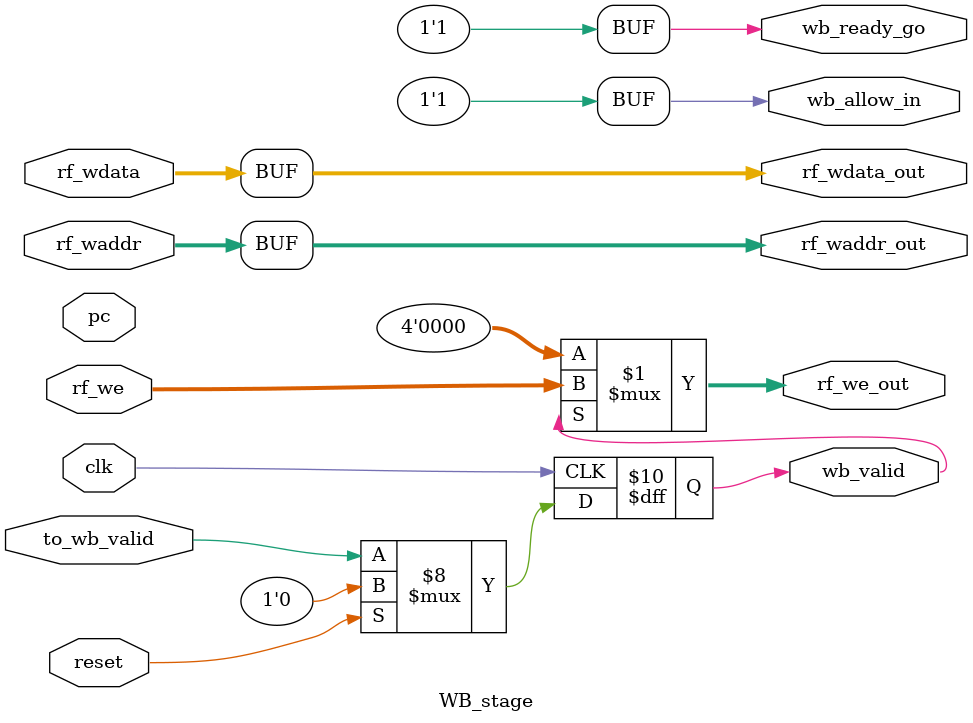
<source format=v>
module WB_stage(
    input        clk,
    input        reset,
    input [31:0] pc,
    input [3:0]  rf_we,         
    input [4:0]  rf_waddr,      
    input [31:0] rf_wdata,     
    input        to_wb_valid,
    
    output [3:0]  rf_we_out,        
    output [4:0]  rf_waddr_out,      
    output [31:0] rf_wdata_out, 

    output wb_allow_in,
    output wb_ready_go,
    output reg wb_valid
);
assign rf_we_out    = wb_valid ? rf_we : 4'b0;
assign rf_waddr_out = rf_waddr;
assign rf_wdata_out = rf_wdata;

always @(posedge clk) begin
    if(reset) begin
        wb_valid <= 1'b0;
    end
    else if (wb_allow_in) begin
        wb_valid <= to_wb_valid;
    end
end

assign wb_allow_in = !wb_valid || wb_ready_go;
assign wb_ready_go = 1'b1;
endmodule
</source>
